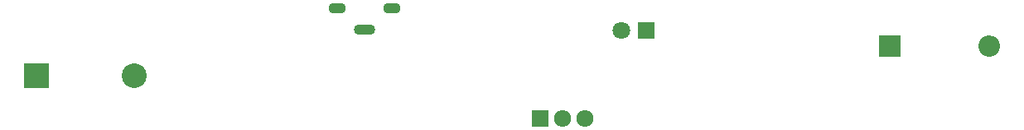
<source format=gbr>
%TF.GenerationSoftware,KiCad,Pcbnew,9.0.0*%
%TF.CreationDate,2025-04-02T18:46:55+01:00*%
%TF.ProjectId,Wireless_power_Transfer,57697265-6c65-4737-935f-706f7765725f,rev?*%
%TF.SameCoordinates,Original*%
%TF.FileFunction,Copper,L2,Bot*%
%TF.FilePolarity,Positive*%
%FSLAX46Y46*%
G04 Gerber Fmt 4.6, Leading zero omitted, Abs format (unit mm)*
G04 Created by KiCad (PCBNEW 9.0.0) date 2025-04-02 18:46:55*
%MOMM*%
%LPD*%
G01*
G04 APERTURE LIST*
%TA.AperFunction,ComponentPad*%
%ADD10R,1.710000X1.800000*%
%TD*%
%TA.AperFunction,ComponentPad*%
%ADD11O,1.710000X1.800000*%
%TD*%
%TA.AperFunction,ComponentPad*%
%ADD12R,2.200000X2.200000*%
%TD*%
%TA.AperFunction,ComponentPad*%
%ADD13O,2.200000X2.200000*%
%TD*%
%TA.AperFunction,HeatsinkPad*%
%ADD14O,1.800000X1.100000*%
%TD*%
%TA.AperFunction,HeatsinkPad*%
%ADD15O,2.200000X1.100000*%
%TD*%
%TA.AperFunction,ComponentPad*%
%ADD16R,1.800000X1.800000*%
%TD*%
%TA.AperFunction,ComponentPad*%
%ADD17C,1.800000*%
%TD*%
%TA.AperFunction,ComponentPad*%
%ADD18R,2.540000X2.540000*%
%TD*%
%TA.AperFunction,ComponentPad*%
%ADD19C,2.540000*%
%TD*%
G04 APERTURE END LIST*
D10*
%TO.P,Q1,1,E*%
%TO.N,Net-(Q1-E)*%
X160225000Y-117875000D03*
D11*
%TO.P,Q1,2,C*%
%TO.N,GND*%
X162505000Y-117875000D03*
%TO.P,Q1,3,B*%
%TO.N,Net-(Q1-B)*%
X164785000Y-117875000D03*
%TD*%
D12*
%TO.P,D2,1,K*%
%TO.N,Net-(D2-K)*%
X195920000Y-110500000D03*
D13*
%TO.P,D2,2,A*%
%TO.N,Net-(D2-A)*%
X206080000Y-110500000D03*
%TD*%
D14*
%TO.P,J3,6,Shield*%
%TO.N,unconnected-(J3-Shield-Pad6)_1*%
X139450000Y-106600000D03*
D15*
%TO.N,unconnected-(J3-Shield-Pad6)*%
X142250000Y-108750000D03*
D14*
%TO.N,unconnected-(J3-Shield-Pad6)_2*%
X145050000Y-106600000D03*
%TD*%
D16*
%TO.P,D1,1,K*%
%TO.N,GND*%
X171020000Y-108835000D03*
D17*
%TO.P,D1,2,A*%
%TO.N,Net-(D1-A)*%
X168480000Y-108835000D03*
%TD*%
D18*
%TO.P,BT1,1,+*%
%TO.N,Net-(BT1-+)*%
X108767800Y-113500000D03*
D19*
%TO.P,BT1,2,-*%
%TO.N,GND*%
X118750000Y-113500000D03*
%TD*%
M02*

</source>
